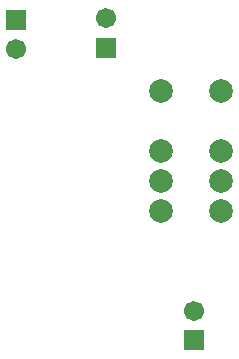
<source format=gbs>
G04 #@! TF.GenerationSoftware,KiCad,Pcbnew,(5.1.0)-1*
G04 #@! TF.CreationDate,2019-06-02T09:38:51-04:00*
G04 #@! TF.ProjectId,SCH1110 - IO Module PCB,53434831-3131-4302-902d-20494f204d6f,-*
G04 #@! TF.SameCoordinates,Original*
G04 #@! TF.FileFunction,Soldermask,Bot*
G04 #@! TF.FilePolarity,Negative*
%FSLAX46Y46*%
G04 Gerber Fmt 4.6, Leading zero omitted, Abs format (unit mm)*
G04 Created by KiCad (PCBNEW (5.1.0)-1) date 2019-06-02 09:38:51*
%MOMM*%
%LPD*%
G04 APERTURE LIST*
%ADD10C,2.006600*%
%ADD11C,1.701600*%
%ADD12R,1.701600X1.701600*%
G04 APERTURE END LIST*
D10*
X134239000Y-67691000D03*
X134239000Y-72771000D03*
X134239000Y-75311000D03*
X134239000Y-77851000D03*
X139319000Y-77851000D03*
X139319000Y-72771000D03*
X139319000Y-75311000D03*
X139319000Y-67691000D03*
D11*
X137033000Y-86273000D03*
D12*
X137033000Y-88773000D03*
X121920000Y-61635000D03*
D11*
X121920000Y-64135000D03*
D12*
X129540000Y-64008000D03*
D11*
X129540000Y-61508000D03*
M02*

</source>
